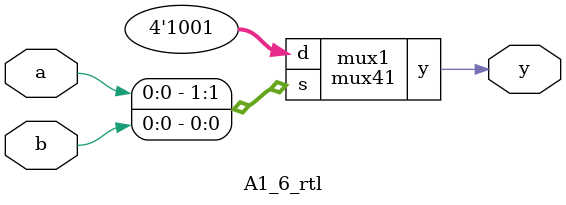
<source format=v>
module mux21 (
    output y,
    input [1:0] d, input s
);
    wire [1:0] w; wire sbar;
    not n1 (sbar,s);
    
    and a1 (w[0],sbar,d[0]);
    and a2 (w[1],s,d[1]);

    or o1 (y,w[1],w[0]);

endmodule

module mux41 (
    output y, 
    input [3:0] d, input [1:0]s
);
    wire [1:0] w;
    mux21 mux1 (w[0],d[1:0],s[0]);
    mux21 mux2 (w[1],d[3:2],s[0]);
    mux21 mux3 (y,w,s[1]);

endmodule

module A1_6_rtl (
    output y,
    input a,b
);

    mux41 mux1 (y,{1'b1,1'b0,1'b0,1'b1},{a,b});

endmodule
</source>
